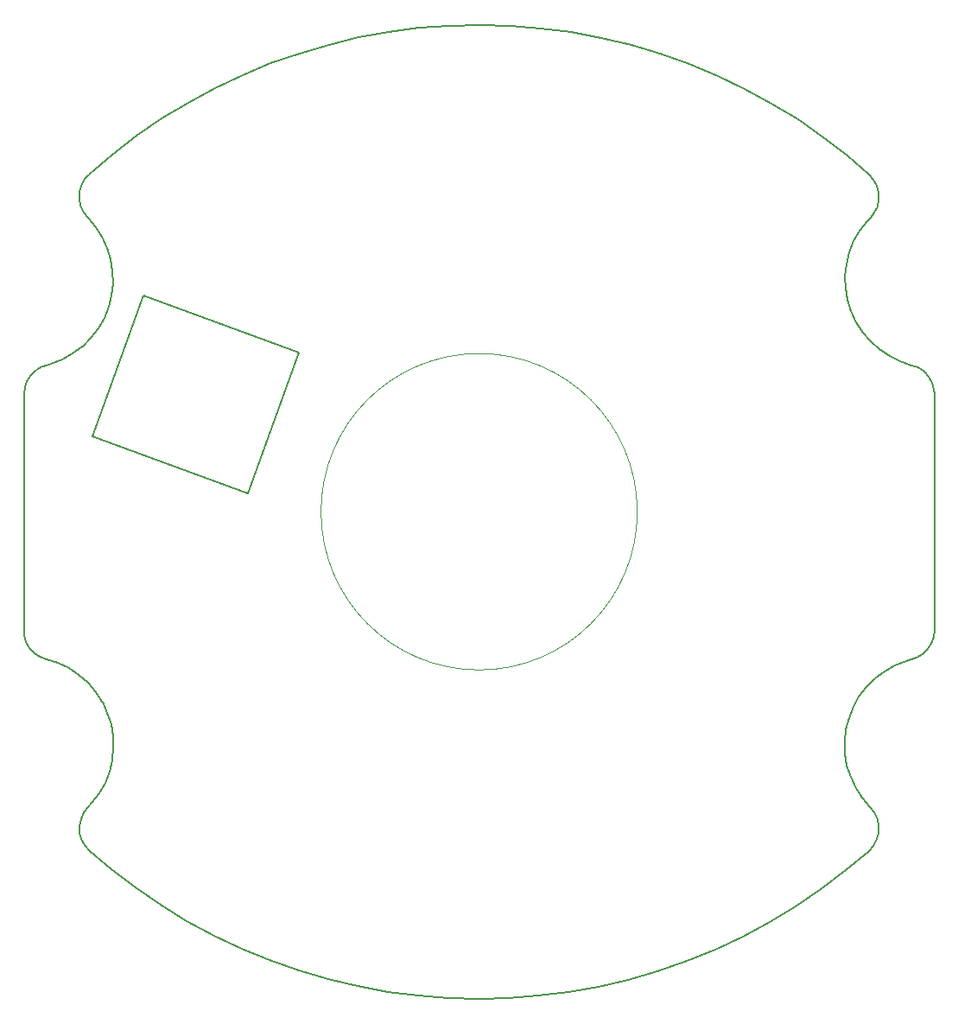
<source format=gm1>
G04 #@! TF.GenerationSoftware,KiCad,Pcbnew,5.1.4-e60b266~84~ubuntu18.04.1*
G04 #@! TF.CreationDate,2019-09-10T17:15:46-06:00*
G04 #@! TF.ProjectId,main_board_onion,6d61696e-5f62-46f6-9172-645f6f6e696f,rev?*
G04 #@! TF.SameCoordinates,Original*
G04 #@! TF.FileFunction,Profile,NP*
%FSLAX46Y46*%
G04 Gerber Fmt 4.6, Leading zero omitted, Abs format (unit mm)*
G04 Created by KiCad (PCBNEW 5.1.4-e60b266~84~ubuntu18.04.1) date 2019-09-10 17:15:46*
%MOMM*%
%LPD*%
G04 APERTURE LIST*
%ADD10C,0.050000*%
%ADD11C,0.200000*%
G04 APERTURE END LIST*
D10*
X164820000Y-90690000D02*
G75*
G03X164820000Y-90690000I-15500000J0D01*
G01*
D11*
X116426738Y-69525552D02*
X131649758Y-75066278D01*
X111399042Y-83339034D02*
X116426738Y-69525552D01*
X126622062Y-88879760D02*
X111399042Y-83339034D01*
X131649758Y-75066278D02*
X126622062Y-88879760D01*
X131718000Y-45761500D02*
X128893000Y-46756900D01*
X192747000Y-104648200D02*
X193243000Y-104179200D01*
X185210000Y-125837200D02*
X187497000Y-123905200D01*
X172429000Y-133571200D02*
X175141000Y-132297200D01*
X155110000Y-138109200D02*
X158083000Y-137734200D01*
X104694000Y-79191800D02*
X104694000Y-102285200D01*
X189034000Y-106314200D02*
X189036000Y-106312200D01*
X189033000Y-106314200D02*
X189034000Y-106314200D01*
X188101000Y-107021200D02*
X189033000Y-106314200D01*
X188099000Y-107023200D02*
X188101000Y-107021200D01*
X188096000Y-107025200D02*
X188099000Y-107023200D01*
X193705000Y-78058800D02*
X193372000Y-77462300D01*
X193892000Y-78716800D02*
X193705000Y-78058800D01*
X193930000Y-79190900D02*
X193892000Y-78716800D01*
X193930000Y-102284200D02*
X193930000Y-79190900D01*
X193851000Y-102965200D02*
X193930000Y-102284200D01*
X111281000Y-73657100D02*
X111279000Y-73659500D01*
X111281000Y-73656700D02*
X111281000Y-73657100D01*
X111993000Y-72727700D02*
X111281000Y-73656700D01*
X111994000Y-72725100D02*
X111993000Y-72727700D01*
X111996000Y-72722500D02*
X111994000Y-72725100D01*
X188276000Y-122797200D02*
X188454000Y-122137200D01*
X187950000Y-123397200D02*
X188276000Y-122797200D01*
X187497000Y-123905200D02*
X187950000Y-123397200D01*
X182823000Y-127648200D02*
X185210000Y-125837200D01*
X190062000Y-105735200D02*
X190064000Y-105733200D01*
X190059000Y-105736200D02*
X190062000Y-105735200D01*
X190058000Y-105736200D02*
X190059000Y-105736200D01*
X189039000Y-106310200D02*
X190058000Y-105736200D01*
X189036000Y-106312200D02*
X189039000Y-106310200D01*
X134592000Y-44915400D02*
X131718000Y-45761500D01*
X137507000Y-44220800D02*
X134592000Y-44915400D01*
X140453000Y-43679700D02*
X137507000Y-44220800D01*
X143424000Y-43293500D02*
X140453000Y-43679700D01*
X186557000Y-108790200D02*
X187264000Y-107858200D01*
X186555000Y-108792200D02*
X186557000Y-108790200D01*
X186553000Y-108795200D02*
X186555000Y-108792200D01*
X186553000Y-108795200D02*
X186553000Y-108795200D01*
X185979000Y-109815200D02*
X186553000Y-108795200D01*
X111127000Y-123905200D02*
X113270000Y-125721200D01*
X110671000Y-123393200D02*
X111127000Y-123905200D01*
X110347000Y-122792200D02*
X110671000Y-123393200D01*
X110169000Y-122133200D02*
X110347000Y-122792200D01*
X110148000Y-121450200D02*
X110169000Y-122133200D01*
X109501000Y-75197400D02*
X108479000Y-75767600D01*
X109504000Y-75195700D02*
X109501000Y-75197400D01*
X109506000Y-75194000D02*
X109504000Y-75195700D01*
X109507000Y-75193700D02*
X109506000Y-75194000D01*
X110441000Y-74490200D02*
X109507000Y-75193700D01*
X113427000Y-68295700D02*
X113427000Y-68298900D01*
X113427000Y-68295200D02*
X113427000Y-68295700D01*
X113395000Y-67125800D02*
X113427000Y-68295200D01*
X113394000Y-67122700D02*
X113395000Y-67125800D01*
X113394000Y-67119500D02*
X113394000Y-67122700D01*
X185323000Y-66437400D02*
X185323000Y-66436900D01*
X185197000Y-67600500D02*
X185323000Y-66437400D01*
X185197000Y-67603600D02*
X185197000Y-67600500D01*
X185197000Y-67606700D02*
X185197000Y-67603600D01*
X185197000Y-67607300D02*
X185197000Y-67606700D01*
X185543000Y-110914200D02*
X185544000Y-110911200D01*
X185543000Y-110915200D02*
X185543000Y-110914200D01*
X185264000Y-112051200D02*
X185543000Y-110915200D01*
X185263000Y-112054200D02*
X185264000Y-112051200D01*
X185262000Y-112057200D02*
X185263000Y-112054200D01*
X187665000Y-61889800D02*
X188072000Y-61371000D01*
X187340000Y-62239900D02*
X187665000Y-61889800D01*
X187339000Y-62241600D02*
X187340000Y-62239900D01*
X187337000Y-62243200D02*
X187339000Y-62241600D01*
X187337000Y-62243600D02*
X187337000Y-62243200D01*
X105725000Y-104527200D02*
X106292000Y-104908200D01*
X105261000Y-104025200D02*
X105725000Y-104527200D01*
X104925000Y-103430200D02*
X105261000Y-104025200D01*
X104734000Y-102773200D02*
X104925000Y-103430200D01*
X104694000Y-102285200D02*
X104734000Y-102773200D01*
X185176000Y-114397200D02*
X185140000Y-113228200D01*
X185177000Y-114400200D02*
X185176000Y-114397200D01*
X185177000Y-114403200D02*
X185177000Y-114400200D01*
X185177000Y-114404200D02*
X185177000Y-114403200D01*
X185372000Y-115557200D02*
X185177000Y-114404200D01*
X113394000Y-67119000D02*
X113394000Y-67119500D01*
X113204000Y-65964700D02*
X113394000Y-67119000D01*
X113203000Y-65961700D02*
X113204000Y-65964700D01*
X113202000Y-65958600D02*
X113203000Y-65961700D01*
X113202000Y-65958100D02*
X113202000Y-65958600D01*
X167085000Y-45819800D02*
X164214000Y-44964200D01*
X169908000Y-46824500D02*
X167085000Y-45819800D01*
X172674000Y-47975600D02*
X169908000Y-46824500D01*
X175376000Y-49269800D02*
X172674000Y-47975600D01*
X178006000Y-50703700D02*
X175376000Y-49269800D01*
X188554000Y-74793200D02*
X188551000Y-74791300D01*
X188556000Y-74795200D02*
X188554000Y-74793200D01*
X188557000Y-74795500D02*
X188556000Y-74795200D01*
X189529000Y-75445800D02*
X188557000Y-74795500D01*
X189532000Y-75447400D02*
X189529000Y-75445800D01*
X185373000Y-115560200D02*
X185372000Y-115557200D01*
X185373000Y-115563200D02*
X185373000Y-115560200D01*
X185373000Y-115564200D02*
X185373000Y-115563200D01*
X185723000Y-116680200D02*
X185373000Y-115564200D01*
X185724000Y-116683200D02*
X185723000Y-116680200D01*
X111372000Y-119214200D02*
X111370000Y-119215200D01*
X111372000Y-119213200D02*
X111372000Y-119214200D01*
X112078000Y-118280200D02*
X111372000Y-119213200D01*
X112079000Y-118277200D02*
X112078000Y-118280200D01*
X112081000Y-118275200D02*
X112079000Y-118277200D01*
X110285000Y-120780200D02*
X110148000Y-121450200D01*
X110571000Y-120160200D02*
X110285000Y-120780200D01*
X110992000Y-119623200D02*
X110571000Y-120160200D01*
X111369000Y-119217200D02*
X110992000Y-119623200D01*
X111370000Y-119215200D02*
X111369000Y-119217200D01*
X188096000Y-107026200D02*
X188096000Y-107025200D01*
X187269000Y-107853200D02*
X188096000Y-107026200D01*
X187267000Y-107855200D02*
X187269000Y-107853200D01*
X187265000Y-107858200D02*
X187267000Y-107855200D01*
X187264000Y-107858200D02*
X187265000Y-107858200D01*
X123417000Y-49184200D02*
X120782000Y-50609400D01*
X126123000Y-47898800D02*
X123417000Y-49184200D01*
X128893000Y-46756900D02*
X126123000Y-47898800D01*
X107384000Y-76196800D02*
X107383000Y-76197000D01*
X108473000Y-75770500D02*
X107384000Y-76196800D01*
X108476000Y-75769200D02*
X108473000Y-75770500D01*
X108479000Y-75767900D02*
X108476000Y-75769200D01*
X108479000Y-75767600D02*
X108479000Y-75767900D01*
X108051000Y-105511200D02*
X108054000Y-105512200D01*
X108048000Y-105510200D02*
X108051000Y-105511200D01*
X108047000Y-105509200D02*
X108048000Y-105510200D01*
X106935000Y-105150200D02*
X108047000Y-105509200D01*
X106292000Y-104908200D02*
X106935000Y-105150200D01*
X186227000Y-117751200D02*
X186226000Y-117751200D01*
X186864000Y-118732200D02*
X186227000Y-117751200D01*
X186866000Y-118735200D02*
X186864000Y-118732200D01*
X186867000Y-118737200D02*
X186866000Y-118735200D01*
X186868000Y-118738200D02*
X186867000Y-118737200D01*
X110974000Y-107444200D02*
X110975000Y-107444200D01*
X110095000Y-106672200D02*
X110974000Y-107444200D01*
X110093000Y-106670200D02*
X110095000Y-106672200D01*
X110090000Y-106668200D02*
X110093000Y-106670200D01*
X110090000Y-106668200D02*
X110090000Y-106668200D01*
X186271000Y-72133800D02*
X186271000Y-72133400D01*
X186905000Y-73116900D02*
X186271000Y-72133800D01*
X186907000Y-73119400D02*
X186905000Y-73116900D01*
X186909000Y-73121900D02*
X186907000Y-73119400D01*
X186910000Y-73122300D02*
X186909000Y-73121900D01*
X109114000Y-106022200D02*
X110090000Y-106668200D01*
X109111000Y-106021200D02*
X109114000Y-106022200D01*
X109109000Y-106019200D02*
X109111000Y-106021200D01*
X109108000Y-106019200D02*
X109109000Y-106019200D01*
X108054000Y-105512200D02*
X109108000Y-106019200D01*
X193618000Y-103607200D02*
X193851000Y-102965200D01*
X193243000Y-104179200D02*
X193618000Y-103607200D01*
X192156000Y-104992200D02*
X192747000Y-104648200D01*
X191691000Y-105150200D02*
X192156000Y-104992200D01*
X110122000Y-60055700D02*
X110254000Y-60725800D01*
X110146000Y-59373000D02*
X110122000Y-60055700D01*
X110328000Y-58714300D02*
X110146000Y-59373000D01*
X110655000Y-58114900D02*
X110328000Y-58714300D01*
X111093000Y-57623800D02*
X110655000Y-58114900D01*
X137411000Y-137167200D02*
X140358000Y-137706200D01*
X134497000Y-136474200D02*
X137411000Y-137167200D01*
X131622000Y-135630200D02*
X134497000Y-136474200D01*
X128796000Y-134637200D02*
X131622000Y-135630200D01*
X126025000Y-133497200D02*
X128796000Y-134637200D01*
X186044000Y-64199200D02*
X186046000Y-64196400D01*
X186043000Y-64202100D02*
X186044000Y-64199200D01*
X186043000Y-64202600D02*
X186043000Y-64202100D01*
X185609000Y-65289000D02*
X186043000Y-64202600D01*
X185608000Y-65291900D02*
X185609000Y-65289000D01*
X180558000Y-52273200D02*
X178006000Y-50703700D01*
X183024000Y-53974200D02*
X180558000Y-52273200D01*
X185398000Y-55802000D02*
X183024000Y-53974200D01*
X187531000Y-57623700D02*
X185398000Y-55802000D01*
X187985000Y-58137500D02*
X187531000Y-57623700D01*
X111996000Y-72722100D02*
X111996000Y-72722500D01*
X112575000Y-71705200D02*
X111996000Y-72722100D01*
X112576000Y-71702400D02*
X112575000Y-71705200D01*
X112577000Y-71699500D02*
X112576000Y-71702400D01*
X112578000Y-71699000D02*
X112577000Y-71699500D01*
X185773000Y-71067400D02*
X185772000Y-71064400D01*
X185773000Y-71067800D02*
X185773000Y-71067400D01*
X186268000Y-72127900D02*
X185773000Y-71067800D01*
X186269000Y-72130600D02*
X186268000Y-72127900D01*
X186271000Y-72133400D02*
X186269000Y-72130600D01*
X113485000Y-113840200D02*
X113485000Y-113843200D01*
X113485000Y-113839200D02*
X113485000Y-113840200D01*
X113446000Y-112670200D02*
X113485000Y-113839200D01*
X113446000Y-112667200D02*
X113446000Y-112670200D01*
X113445000Y-112664200D02*
X113446000Y-112667200D01*
X187671000Y-74010200D02*
X186910000Y-73122300D01*
X187673000Y-74012400D02*
X187671000Y-74010200D01*
X187676000Y-74014700D02*
X187673000Y-74012400D01*
X187676000Y-74015000D02*
X187676000Y-74014700D01*
X188551000Y-74791300D02*
X187676000Y-74015000D01*
X185423000Y-69940600D02*
X185423000Y-69937500D01*
X185424000Y-69943600D02*
X185423000Y-69940600D01*
X185424000Y-69944100D02*
X185424000Y-69943600D01*
X185771000Y-71061500D02*
X185424000Y-69944100D01*
X185772000Y-71064400D02*
X185771000Y-71061500D01*
X152122000Y-138327200D02*
X155110000Y-138109200D01*
X149312000Y-138390200D02*
X152122000Y-138327200D01*
X146317000Y-138318200D02*
X149312000Y-138390200D01*
X143330000Y-138090200D02*
X146317000Y-138318200D01*
X140358000Y-137706200D02*
X143330000Y-138090200D01*
X166826000Y-135687200D02*
X169655000Y-134702200D01*
X163948000Y-136522200D02*
X166826000Y-135687200D01*
X161031000Y-137205200D02*
X163948000Y-136522200D01*
X158083000Y-137734200D02*
X161031000Y-137205200D01*
X180345000Y-129331200D02*
X182823000Y-127648200D01*
X177781000Y-130882200D02*
X180345000Y-129331200D01*
X175141000Y-132297200D02*
X177781000Y-130882200D01*
X169655000Y-134702200D02*
X172429000Y-133571200D01*
X113445000Y-112663200D02*
X113445000Y-112664200D01*
X113248000Y-111510200D02*
X113445000Y-112663200D01*
X113247000Y-111507200D02*
X113248000Y-111510200D01*
X113247000Y-111504200D02*
X113247000Y-111507200D01*
X113246000Y-111503200D02*
X113247000Y-111504200D01*
X189534000Y-75449000D02*
X189532000Y-75447400D01*
X189535000Y-75449200D02*
X189534000Y-75449000D01*
X190587000Y-75961600D02*
X189535000Y-75449200D01*
X190590000Y-75962700D02*
X190587000Y-75961600D01*
X190592000Y-75963900D02*
X190590000Y-75962700D01*
X185607000Y-65294900D02*
X185608000Y-65291900D01*
X185607000Y-65295400D02*
X185607000Y-65294900D01*
X185324000Y-66430700D02*
X185607000Y-65295400D01*
X185324000Y-66433700D02*
X185324000Y-66430700D01*
X185323000Y-66436900D02*
X185324000Y-66433700D01*
X185262000Y-112058200D02*
X185262000Y-112057200D01*
X185140000Y-113221200D02*
X185262000Y-112058200D01*
X185140000Y-113224200D02*
X185140000Y-113221200D01*
X185140000Y-113227200D02*
X185140000Y-113224200D01*
X185140000Y-113228200D02*
X185140000Y-113227200D01*
X113364000Y-115013200D02*
X113364000Y-115016200D01*
X113365000Y-115010200D02*
X113364000Y-115013200D01*
X113365000Y-115009200D02*
X113365000Y-115010200D01*
X113485000Y-113846200D02*
X113365000Y-115009200D01*
X113485000Y-113843200D02*
X113485000Y-113846200D01*
X111720000Y-62778800D02*
X111722000Y-62781400D01*
X111720000Y-62778400D02*
X111720000Y-62778800D01*
X110960000Y-61890700D02*
X111720000Y-62778400D01*
X110538000Y-61347400D02*
X110960000Y-61890700D01*
X110254000Y-60725800D02*
X110538000Y-61347400D01*
X188307000Y-58739900D02*
X187985000Y-58137500D01*
X188482000Y-59400300D02*
X188307000Y-58739900D01*
X188500000Y-60083200D02*
X188482000Y-59400300D01*
X188361000Y-60752000D02*
X188500000Y-60083200D01*
X188072000Y-61371000D02*
X188361000Y-60752000D01*
X113013000Y-70613100D02*
X112578000Y-71699000D01*
X113014000Y-70610200D02*
X113013000Y-70613100D01*
X113015000Y-70607100D02*
X113014000Y-70610200D01*
X113015000Y-70606600D02*
X113015000Y-70607100D01*
X113298000Y-69471600D02*
X113015000Y-70606600D01*
X146411000Y-43063400D02*
X143424000Y-43293500D01*
X190593000Y-75964100D02*
X190592000Y-75963900D01*
X191703000Y-76328600D02*
X190593000Y-75964100D01*
X192346000Y-76574200D02*
X191703000Y-76328600D01*
X192911000Y-76958400D02*
X192346000Y-76574200D01*
X193372000Y-77462300D02*
X192911000Y-76958400D01*
X185977000Y-109817200D02*
X185979000Y-109815200D01*
X185976000Y-109820200D02*
X185977000Y-109817200D01*
X185976000Y-109821200D02*
X185976000Y-109820200D01*
X185545000Y-110908200D02*
X185976000Y-109821200D01*
X185544000Y-110911200D02*
X185545000Y-110908200D01*
X106468000Y-76483400D02*
X105877000Y-76827000D01*
X106919000Y-76329200D02*
X106468000Y-76483400D01*
X107379000Y-76198300D02*
X106919000Y-76329200D01*
X107381000Y-76197600D02*
X107379000Y-76198300D01*
X107383000Y-76197000D02*
X107381000Y-76197600D01*
X152401000Y-43073300D02*
X149406000Y-42989900D01*
X155387000Y-43313200D02*
X152401000Y-43073300D01*
X158357000Y-43709200D02*
X155387000Y-43313200D01*
X161302000Y-44260000D02*
X158357000Y-43709200D01*
X164214000Y-44964200D02*
X161302000Y-44260000D01*
X104773000Y-78510300D02*
X104694000Y-79191800D01*
X105006000Y-77868100D02*
X104773000Y-78510300D01*
X105381000Y-77296800D02*
X105006000Y-77868100D01*
X105877000Y-76827000D02*
X105381000Y-77296800D01*
X113085000Y-116159200D02*
X112657000Y-117248200D01*
X113086000Y-116156200D02*
X113085000Y-116159200D01*
X113087000Y-116153200D02*
X113086000Y-116156200D01*
X113087000Y-116153200D02*
X113087000Y-116153200D01*
X113364000Y-115016200D02*
X113087000Y-116153200D01*
X187631000Y-119623200D02*
X186868000Y-118738200D01*
X188055000Y-120164200D02*
X187631000Y-119623200D01*
X188341000Y-120785200D02*
X188055000Y-120164200D01*
X188477000Y-121454200D02*
X188341000Y-120785200D01*
X188454000Y-122137200D02*
X188477000Y-121454200D01*
X185725000Y-116686200D02*
X185724000Y-116683200D01*
X185726000Y-116687200D02*
X185725000Y-116686200D01*
X186223000Y-117745200D02*
X185726000Y-116687200D01*
X186225000Y-117748200D02*
X186223000Y-117745200D01*
X186226000Y-117751200D02*
X186225000Y-117748200D01*
X111745000Y-108333200D02*
X111747000Y-108336200D01*
X111745000Y-108333200D02*
X111745000Y-108333200D01*
X110979000Y-107449200D02*
X111745000Y-108333200D01*
X110977000Y-107446200D02*
X110979000Y-107449200D01*
X110975000Y-107444200D02*
X110977000Y-107446200D01*
X113299000Y-69468600D02*
X113298000Y-69471600D01*
X113299000Y-69465500D02*
X113299000Y-69468600D01*
X113300000Y-69464900D02*
X113299000Y-69465500D01*
X113426000Y-68302000D02*
X113300000Y-69464900D01*
X113427000Y-68298900D02*
X113426000Y-68302000D01*
X185230000Y-68776700D02*
X185197000Y-67607300D01*
X185231000Y-68779800D02*
X185230000Y-68776700D01*
X185231000Y-68782900D02*
X185231000Y-68779800D01*
X185231000Y-68783400D02*
X185231000Y-68782900D01*
X185423000Y-69937500D02*
X185231000Y-68783400D01*
X191157000Y-105301200D02*
X191691000Y-105150200D01*
X191155000Y-105302200D02*
X191157000Y-105301200D01*
X191153000Y-105303200D02*
X191155000Y-105302200D01*
X191152000Y-105303200D02*
X191153000Y-105303200D01*
X190064000Y-105733200D02*
X191152000Y-105303200D01*
X112359000Y-63770800D02*
X112360000Y-63773500D01*
X112357000Y-63768000D02*
X112359000Y-63770800D01*
X112357000Y-63767600D02*
X112357000Y-63768000D01*
X111724000Y-62783900D02*
X112357000Y-63767600D01*
X111722000Y-62781400D02*
X111724000Y-62783900D01*
X123318000Y-132213200D02*
X126025000Y-133497200D01*
X120682000Y-130790200D02*
X123318000Y-132213200D01*
X118124000Y-129230200D02*
X120682000Y-130790200D01*
X115651000Y-127539200D02*
X118124000Y-129230200D01*
X113270000Y-125721200D02*
X115651000Y-127539200D01*
X113373000Y-55683300D02*
X111093000Y-57623800D01*
X115753000Y-53863400D02*
X113373000Y-55683300D01*
X118224000Y-52170500D02*
X115753000Y-53863400D01*
X120782000Y-50609400D02*
X118224000Y-52170500D01*
X186627000Y-63173300D02*
X187337000Y-62243600D01*
X186625000Y-63175900D02*
X186627000Y-63173300D01*
X186623000Y-63178500D02*
X186625000Y-63175900D01*
X186623000Y-63179000D02*
X186623000Y-63178500D01*
X186046000Y-64196400D02*
X186623000Y-63179000D01*
X112081000Y-118274200D02*
X112081000Y-118275200D01*
X112654000Y-117254200D02*
X112081000Y-118274200D01*
X112655000Y-117251200D02*
X112654000Y-117254200D01*
X112656000Y-117248200D02*
X112655000Y-117251200D01*
X112657000Y-117248200D02*
X112656000Y-117248200D01*
X112390000Y-109321200D02*
X112392000Y-109324200D01*
X112389000Y-109318200D02*
X112390000Y-109321200D01*
X112388000Y-109318200D02*
X112389000Y-109318200D01*
X111749000Y-108338200D02*
X112388000Y-109318200D01*
X111747000Y-108336200D02*
X111749000Y-108338200D01*
X110444000Y-74488100D02*
X110441000Y-74490200D01*
X110446000Y-74486100D02*
X110444000Y-74488100D01*
X110446000Y-74485700D02*
X110446000Y-74486100D01*
X111277000Y-73661800D02*
X110446000Y-74485700D01*
X111279000Y-73659500D02*
X111277000Y-73661800D01*
X112857000Y-64840400D02*
X113202000Y-65958100D01*
X112856000Y-64837500D02*
X112857000Y-64840400D01*
X112854000Y-64834500D02*
X112856000Y-64837500D01*
X112854000Y-64834000D02*
X112854000Y-64834500D01*
X112360000Y-63773500D02*
X112854000Y-64834000D01*
X149406000Y-42989900D02*
X146411000Y-43063400D01*
X112894000Y-110388200D02*
X113246000Y-111503200D01*
X112893000Y-110385200D02*
X112894000Y-110388200D01*
X112892000Y-110382200D02*
X112893000Y-110385200D01*
X112892000Y-110381200D02*
X112892000Y-110382200D01*
X112392000Y-109324200D02*
X112892000Y-110381200D01*
M02*

</source>
